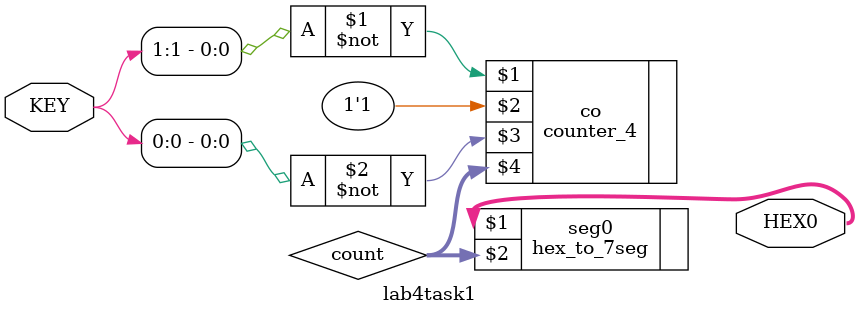
<source format=v>
module lab4task1(
KEY,
HEX0,
);

input [1:0] KEY;
output [6:0] HEX0;
wire [3:0] count;
counter_4 co(~KEY[1],1'b1,~KEY[0],count[3:0]);
hex_to_7seg seg0(HEX0,count[3:0]);

endmodule

</source>
